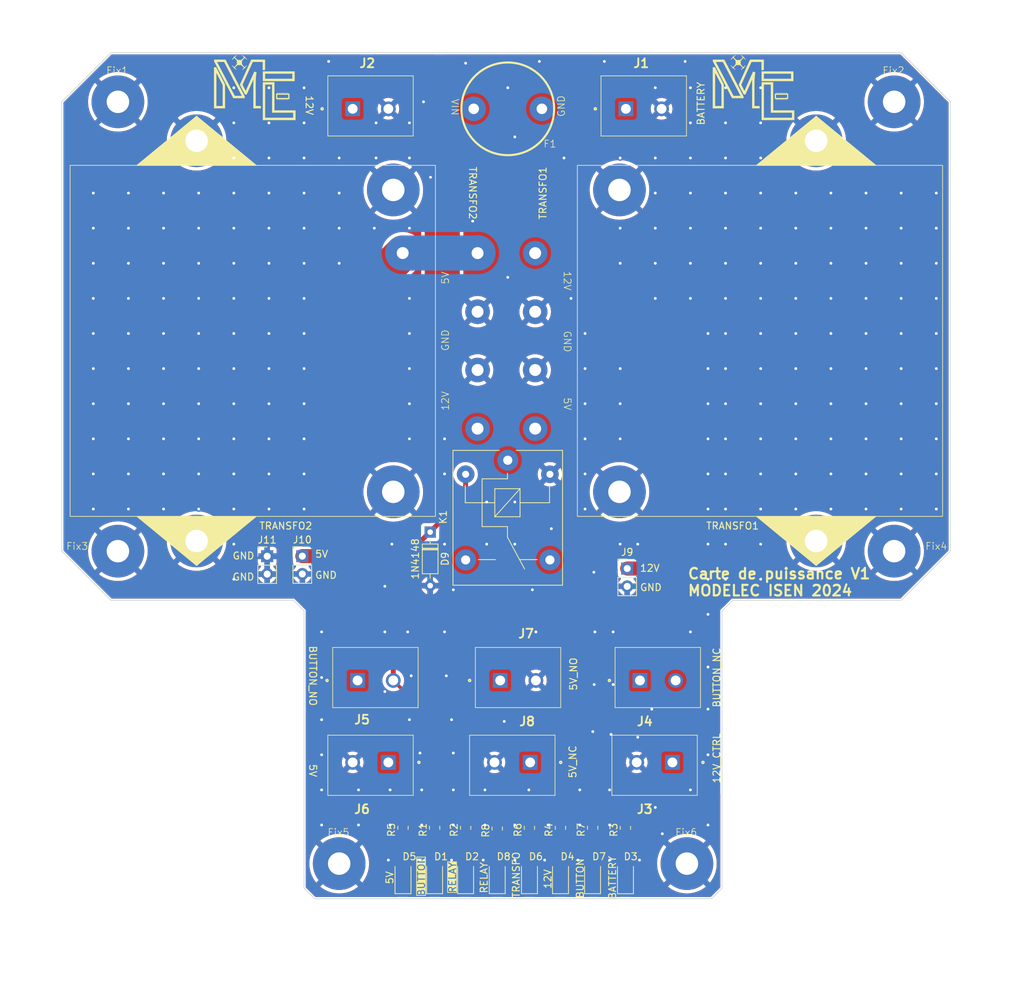
<source format=kicad_pcb>
(kicad_pcb (version 20221018) (generator pcbnew)

  (general
    (thickness 1.6)
  )

  (paper "A4")
  (title_block
    (title "Carte de puissance")
    (date "2024-03-18")
    (rev "1.2")
    (company "Modelec")
  )

  (layers
    (0 "F.Cu" signal)
    (31 "B.Cu" signal)
    (32 "B.Adhes" user "B.Adhesive")
    (33 "F.Adhes" user "F.Adhesive")
    (34 "B.Paste" user)
    (35 "F.Paste" user)
    (36 "B.SilkS" user "B.Silkscreen")
    (37 "F.SilkS" user "F.Silkscreen")
    (38 "B.Mask" user)
    (39 "F.Mask" user)
    (40 "Dwgs.User" user "User.Drawings")
    (41 "Cmts.User" user "User.Comments")
    (42 "Eco1.User" user "User.Eco1")
    (43 "Eco2.User" user "User.Eco2")
    (44 "Edge.Cuts" user)
    (45 "Margin" user)
    (46 "B.CrtYd" user "B.Courtyard")
    (47 "F.CrtYd" user "F.Courtyard")
    (48 "B.Fab" user)
    (49 "F.Fab" user)
    (50 "User.1" user)
    (51 "User.2" user)
    (52 "User.3" user)
    (53 "User.4" user)
    (54 "User.5" user)
    (55 "User.6" user)
    (56 "User.7" user)
    (57 "User.8" user)
    (58 "User.9" user)
  )

  (setup
    (pad_to_mask_clearance 0)
    (pcbplotparams
      (layerselection 0x00011fc_ffffffff)
      (plot_on_all_layers_selection 0x0000000_00000000)
      (disableapertmacros false)
      (usegerberextensions false)
      (usegerberattributes true)
      (usegerberadvancedattributes true)
      (creategerberjobfile true)
      (dashed_line_dash_ratio 12.000000)
      (dashed_line_gap_ratio 3.000000)
      (svgprecision 4)
      (plotframeref false)
      (viasonmask false)
      (mode 1)
      (useauxorigin false)
      (hpglpennumber 1)
      (hpglpenspeed 20)
      (hpglpendiameter 15.000000)
      (dxfpolygonmode true)
      (dxfimperialunits true)
      (dxfusepcbnewfont true)
      (psnegative false)
      (psa4output false)
      (plotreference true)
      (plotvalue true)
      (plotinvisibletext false)
      (sketchpadsonfab false)
      (subtractmaskfromsilk false)
      (outputformat 1)
      (mirror false)
      (drillshape 0)
      (scaleselection 1)
      (outputdirectory "fabrication")
    )
  )

  (net 0 "")
  (net 1 "GND")
  (net 2 "Net-(D1-A)")
  (net 3 "Net-(D2-A)")
  (net 4 "Net-(D3-A)")
  (net 5 "Net-(D4-A)")
  (net 6 "Net-(D5-A)")
  (net 7 "Net-(D6-A)")
  (net 8 "Net-(D7-A)")
  (net 9 "Net-(D8-A)")
  (net 10 "+12V")
  (net 11 "+5V")
  (net 12 "BUTTON_NO")
  (net 13 "BATTERY")
  (net 14 "RELAY_NO")
  (net 15 "RELAY_NC")
  (net 16 "TRANSFO1")
  (net 17 "BUTTON_NC")

  (footprint "Library:FIX3.2P7.5" (layer "F.Cu") (at 139 96))

  (footprint "Library:transfo" (layer "F.Cu") (at 119.4 66.05 -90))

  (footprint "Resistor_SMD:R_0805_2012Metric" (layer "F.Cu") (at 82.5 135.5 90))

  (footprint "Library:logo_modelec" (layer "F.Cu") (at 48 30))

  (footprint "Resistor_SMD:R_0805_2012Metric" (layer "F.Cu") (at 91.5 135.4 90))

  (footprint "Library:1755736" (layer "F.Cu") (at 100.815 33))

  (footprint "Library:FIX3.2P7.5" (layer "F.Cu") (at 139 32))

  (footprint "Library:logo_modelec" (layer "F.Cu") (at 119 30))

  (footprint "Library:1755736" (layer "F.Cu") (at 62.62 114.415))

  (footprint "Connector_PinHeader_2.54mm:PinHeader_1x02_P2.54mm_Vertical" (layer "F.Cu") (at 54.75 96.71))

  (footprint "Library:1755736" (layer "F.Cu") (at 67 126.085 180))

  (footprint "Library:1755736" (layer "F.Cu") (at 107.435 126.085 180))

  (footprint "Resistor_SMD:R_0805_2012Metric" (layer "F.Cu") (at 69.084 135.4 90))

  (footprint "Resistor_SMD:R_0805_2012Metric" (layer "F.Cu") (at 78 135.4 90))

  (footprint "LED_SMD:LED_1206_3216Metric" (layer "F.Cu") (at 78 142.5 90))

  (footprint "Library:1755736" (layer "F.Cu") (at 61.92 33))

  (footprint "Library:transfo" (layer "F.Cu") (at 48.2 66.05 90))

  (footprint "LED_SMD:LED_1206_3216Metric" (layer "F.Cu") (at 69.084 142.5 90))

  (footprint "LED_SMD:LED_1206_3216Metric" (layer "F.Cu") (at 91.5 142.5 90))

  (footprint "Resistor_SMD:R_0805_2012Metric" (layer "F.Cu") (at 96.084 135.4 90))

  (footprint "Library:1755736" (layer "F.Cu") (at 102.815 114.415))

  (footprint "Library:FIX3.2P7.5" (layer "F.Cu") (at 60 140.5))

  (footprint "Library:FIX3.2P7.5" (layer "F.Cu") (at 28.5 96))

  (footprint "Library:FIX3.2P7.5" (layer "F.Cu") (at 109.5 140.5))

  (footprint "LED_SMD:LED_1206_3216Metric" (layer "F.Cu") (at 73.584 142.5 90))

  (footprint "Resistor_SMD:R_0805_2012Metric" (layer "F.Cu") (at 73.584 135.4 90))

  (footprint "LED_SMD:LED_1206_3216Metric" (layer "F.Cu") (at 82.5 142.5 90))

  (footprint "Connector_PinHeader_2.54mm:PinHeader_1x02_P2.54mm_Vertical" (layer "F.Cu") (at 101 98.475))

  (footprint "Library:porte fusible E44" (layer "F.Cu") (at 84 33 90))

  (footprint "Library:1755736" (layer "F.Cu") (at 82.92 114.415))

  (footprint "LED_SMD:LED_1206_3216Metric" (layer "F.Cu") (at 96.072 142.5 90))

  (footprint "Library:SRD-05VDC-SL-C" (layer "F.Cu")
    (tstamp b9e24334-22d9-4fe2-a3b7-25ae95da9c51)
    (at 84 83.05 -90)
    (descr "relay Sanyou SRD series Form C http://www.sanyourelay.ca/public/products/pdf/SRD.pdf")
    (tags "relay Sanyu SRD form C")
    (property "Sheetfile" "pcb_puissance.kicad_sch")
    (property "Sheetname" "")
    (property "ki_description" "Omron G5G relay, Miniature Single Pole, SPDT, 10A")
    (property "ki_keywords" "Miniature Single Pole Relay")
    (path "/a45b696c-ff41-493d-8ea7-c7b1662f716e")
    (attr through_
... [497082 chars truncated]
</source>
